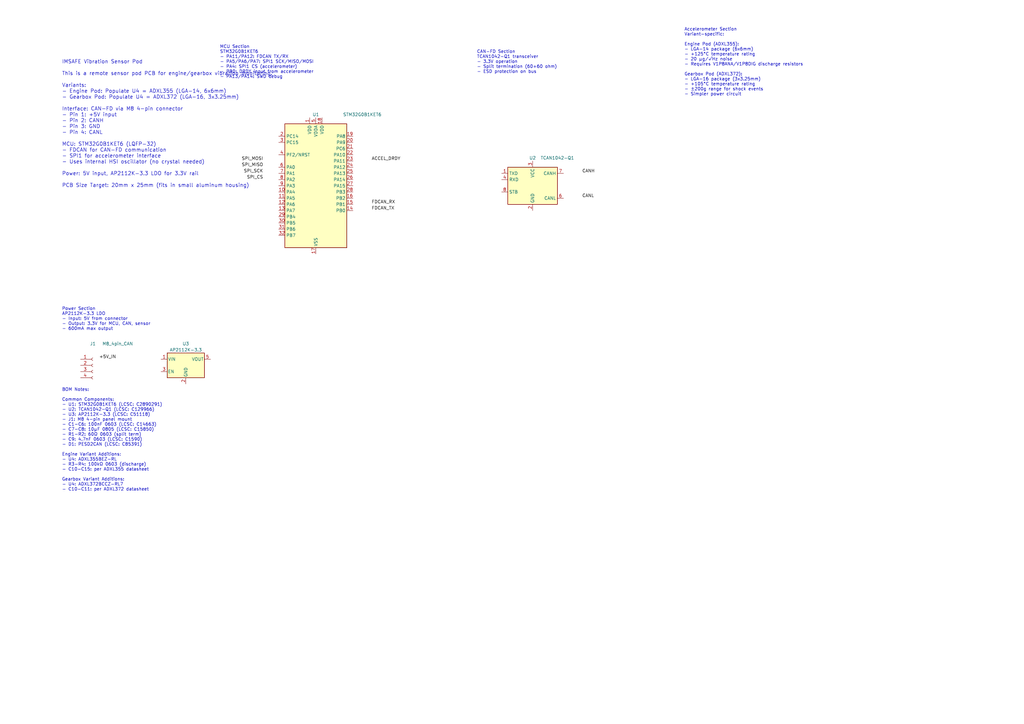
<source format=kicad_sch>
(kicad_sch (version 20250114) (generator "eeschema") (generator_version "9.0")
  (paper "A3")
  (title_block (title "IMSAFE Vibration Sensor Pod") (date "2026-01-30") (rev "0.1") (company "IMSAFE Project") (comment 1 "Remote Vibration Sensor Pod for Engine/Gearbox Monitoring") (comment 2 "Variants: Engine (ADXL355) / Gearbox (ADXL372)"))
  (lib_symbols
    (symbol "MCU_ST_STM32G0:STM32G0B1KET6"
      (property "Reference" "U" (at -12.7 26.67 0))
      (property "Value" "STM32G0B1KET6" (at 7.62 26.67 0))
      (symbol "STM32G0B1KET6_0_1"
        (rectangle (start -12.7 25.4) (end 12.7 -25.4) (stroke (width 0.254)) (fill (type background)))
      )
      (symbol "STM32G0B1KET6_1_1"
        (pin power_in line (at -2.54 27.94 270) (length 2.54) (name "VDD") (number "1"))
        (pin bidirectional line (at -15.24 20.32 0) (length 2.54) (name "PC14") (number "2"))
        (pin bidirectional line (at -15.24 17.78 0) (length 2.54) (name "PC15") (number "3"))
        (pin bidirectional line (at -15.24 12.7 0) (length 2.54) (name "PF2/NRST") (number "4"))
        (pin power_in line (at 0 27.94 270) (length 2.54) (name "VDDA") (number "5"))
        (pin bidirectional line (at -15.24 7.62 0) (length 2.54) (name "PA0") (number "6"))
        (pin bidirectional line (at -15.24 5.08 0) (length 2.54) (name "PA1") (number "7"))
        (pin bidirectional line (at -15.24 2.54 0) (length 2.54) (name "PA2") (number "8"))
        (pin bidirectional line (at -15.24 0 0) (length 2.54) (name "PA3") (number "9"))
        (pin bidirectional line (at -15.24 -2.54 0) (length 2.54) (name "PA4") (number "10"))
        (pin bidirectional line (at -15.24 -5.08 0) (length 2.54) (name "PA5") (number "11"))
        (pin bidirectional line (at -15.24 -7.62 0) (length 2.54) (name "PA6") (number "12"))
        (pin bidirectional line (at -15.24 -10.16 0) (length 2.54) (name "PA7") (number "13"))
        (pin bidirectional line (at 15.24 -10.16 180) (length 2.54) (name "PB0") (number "14"))
        (pin bidirectional line (at 15.24 -7.62 180) (length 2.54) (name "PB1") (number "15"))
        (pin bidirectional line (at 15.24 -5.08 180) (length 2.54) (name "PB2") (number "16"))
        (pin power_in line (at 0 -27.94 90) (length 2.54) (name "VSS") (number "17"))
        (pin power_in line (at 2.54 27.94 270) (length 2.54) (name "VDD") (number "18"))
        (pin bidirectional line (at 15.24 20.32 180) (length 2.54) (name "PA8") (number "19"))
        (pin bidirectional line (at 15.24 17.78 180) (length 2.54) (name "PA9") (number "20"))
        (pin bidirectional line (at 15.24 15.24 180) (length 2.54) (name "PC6") (number "21"))
        (pin bidirectional line (at 15.24 12.7 180) (length 2.54) (name "PA10") (number "22"))
        (pin bidirectional line (at 15.24 10.16 180) (length 2.54) (name "PA11") (number "23"))
        (pin bidirectional line (at 15.24 7.62 180) (length 2.54) (name "PA12") (number "24"))
        (pin bidirectional line (at 15.24 5.08 180) (length 2.54) (name "PA13") (number "25"))
        (pin bidirectional line (at 15.24 2.54 180) (length 2.54) (name "PA14") (number "26"))
        (pin bidirectional line (at 15.24 0 180) (length 2.54) (name "PA15") (number "27"))
        (pin bidirectional line (at 15.24 -2.54 180) (length 2.54) (name "PB3") (number "28"))
        (pin bidirectional line (at -15.24 -12.7 0) (length 2.54) (name "PB4") (number "29"))
        (pin bidirectional line (at -15.24 -15.24 0) (length 2.54) (name "PB5") (number "30"))
        (pin bidirectional line (at -15.24 -17.78 0) (length 2.54) (name "PB6") (number "31"))
        (pin bidirectional line (at -15.24 -20.32 0) (length 2.54) (name "PB7") (number "32"))
      )
    )
    (symbol "Interface_CAN_LIN:TCAN1042"
      (property "Reference" "U" (at -10.16 8.89 0))
      (property "Value" "TCAN1042" (at 2.54 8.89 0))
      (symbol "TCAN1042_0_1"
        (rectangle (start -10.16 7.62) (end 10.16 -7.62) (stroke (width 0.254)) (fill (type background)))
      )
      (symbol "TCAN1042_1_1"
        (pin input line (at -12.7 5.08 0) (length 2.54) (name "TXD") (number "1"))
        (pin power_in line (at 0 -10.16 90) (length 2.54) (name "GND") (number "2"))
        (pin power_in line (at 0 10.16 270) (length 2.54) (name "VCC") (number "3"))
        (pin output line (at -12.7 2.54 0) (length 2.54) (name "RXD") (number "4"))
        (pin no_connect line (at 10.16 -2.54 180) (length 2.54) hide (name "NC") (number "5"))
        (pin bidirectional line (at 12.7 -5.08 180) (length 2.54) (name "CANL") (number "6"))
        (pin bidirectional line (at 12.7 5.08 180) (length 2.54) (name "CANH") (number "7"))
        (pin input line (at -12.7 -2.54 0) (length 2.54) (name "STB") (number "8"))
      )
    )
    (symbol "Regulator_Linear:AP2112K-3.3" (pin_names (offset 0.254))
      (property "Reference" "U" (at -6.35 6.35 0))
      (property "Value" "AP2112K-3.3" (at 1.27 6.35 0))
      (symbol "AP2112K-3.3_0_1"
        (rectangle (start -7.62 5.08) (end 7.62 -5.08) (stroke (width 0.254)) (fill (type background)))
      )
      (symbol "AP2112K-3.3_1_1"
        (pin power_in line (at -10.16 2.54 0) (length 2.54) (name "VIN") (number "1"))
        (pin power_in line (at 0 -7.62 90) (length 2.54) (name "GND") (number "2"))
        (pin input line (at -10.16 -2.54 0) (length 2.54) (name "EN") (number "3"))
        (pin no_connect line (at 7.62 -2.54 180) (length 2.54) hide (name "NC") (number "4"))
        (pin power_out line (at 10.16 2.54 180) (length 2.54) (name "VOUT") (number "5"))
      )
    )
    (symbol "Connector:Conn_01x04_Socket" (pin_names (offset 1.016) hide)
      (property "Reference" "J" (at 0 5.08 0))
      (property "Value" "Conn_01x04_Socket" (at 0 -7.62 0))
      (symbol "Conn_01x04_Socket_1_1"
        (arc (start 0 -4.572) (mid -0.508 -5.08) (end 0 -5.588) (stroke (width 0.1524)))
        (arc (start 0 -2.032) (mid -0.508 -2.54) (end 0 -3.048) (stroke (width 0.1524)))
        (polyline (pts (xy -1.27 -5.08) (xy -0.508 -5.08)) (stroke (width 0.1524)))
        (polyline (pts (xy -1.27 -2.54) (xy -0.508 -2.54)) (stroke (width 0.1524)))
        (polyline (pts (xy -1.27 0) (xy -0.508 0)) (stroke (width 0.1524)))
        (polyline (pts (xy -1.27 2.54) (xy -0.508 2.54)) (stroke (width 0.1524)))
        (arc (start 0 0.508) (mid -0.508 0) (end 0 -0.508) (stroke (width 0.1524)))
        (arc (start 0 3.048) (mid -0.508 2.54) (end 0 2.032) (stroke (width 0.1524)))
        (pin passive line (at -5.08 2.54 0) (length 3.81) (name "Pin_1") (number "1"))
        (pin passive line (at -5.08 0 0) (length 3.81) (name "Pin_2") (number "2"))
        (pin passive line (at -5.08 -2.54 0) (length 3.81) (name "Pin_3") (number "3"))
        (pin passive line (at -5.08 -5.08 0) (length 3.81) (name "Pin_4") (number "4"))
      )
    )
    (symbol "Device:C" (pin_numbers hide) (pin_names (offset 0.254))
      (property "Reference" "C" (at 0.635 2.54 0))
      (property "Value" "C" (at 0.635 -2.54 0))
      (symbol "C_0_1"
        (polyline (pts (xy -2.032 -0.762) (xy 2.032 -0.762)) (stroke (width 0.508)))
        (polyline (pts (xy -2.032 0.762) (xy 2.032 0.762)) (stroke (width 0.508)))
      )
      (symbol "C_1_1"
        (pin passive line (at 0 3.81 270) (length 2.794) (name "~") (number "1"))
        (pin passive line (at 0 -3.81 90) (length 2.794) (name "~") (number "2"))
      )
    )
    (symbol "Device:R" (pin_numbers hide) (pin_names (offset 0))
      (property "Reference" "R" (at 2.032 0 90))
      (property "Value" "R" (at 0 0 90))
      (symbol "R_0_1"
        (rectangle (start -1.016 -2.54) (end 1.016 2.54) (stroke (width 0.254)))
      )
      (symbol "R_1_1"
        (pin passive line (at 0 3.81 270) (length 1.27) (name "~") (number "1"))
        (pin passive line (at 0 -3.81 90) (length 1.27) (name "~") (number "2"))
      )
    )
    (symbol "power:+3V3" (power) (pin_numbers hide) (pin_names (offset 0) hide)
      (property "Value" "+3V3" (at 0 3.556 0))
      (symbol "+3V3_0_1"
        (polyline (pts (xy -0.762 1.27) (xy 0 2.54)))
        (polyline (pts (xy 0 0) (xy 0 2.54)))
        (polyline (pts (xy 0 2.54) (xy 0.762 1.27)))
      )
      (symbol "+3V3_1_1"
        (pin power_in line (at 0 0 90) (length 0) (name "~") (number "1"))
      )
    )
    (symbol "power:GND" (power) (pin_numbers hide) (pin_names (offset 0) hide)
      (property "Value" "GND" (at 0 -3.81 0))
      (symbol "GND_0_1"
        (polyline (pts (xy 0 0) (xy 0 -1.27) (xy 1.27 -1.27) (xy 0 -2.54) (xy -1.27 -1.27) (xy 0 -1.27)))
      )
      (symbol "GND_1_1"
        (pin power_in line (at 0 0 270) (length 0) (name "~") (number "1"))
      )
    )
  )
  (text "IMSAFE Vibration Sensor Pod\n\nThis is a remote sensor pod PCB for engine/gearbox vibration monitoring.\n\nVariants:\n- Engine Pod: Populate U4 = ADXL355 (LGA-14, 6x6mm)\n- Gearbox Pod: Populate U4 = ADXL372 (LGA-16, 3x3.25mm)\n\nInterface: CAN-FD via M8 4-pin connector\n- Pin 1: +5V input\n- Pin 2: CANH\n- Pin 3: GND\n- Pin 4: CANL\n\nMCU: STM32G0B1KET6 (LQFP-32)\n- FDCAN for CAN-FD communication\n- SPI1 for accelerometer interface\n- Uses internal HSI oscillator (no crystal needed)\n\nPower: 5V input, AP2112K-3.3 LDO for 3.3V rail\n\nPCB Size Target: 20mm x 25mm (fits in small aluminum housing)" (at 25.4 50.8 0) (effects (font (size 1.5 1.5)) (justify left)))
  (text "MCU Section\nSTM32G0B1KET6\n- PA11/PA12: FDCAN TX/RX\n- PA5/PA6/PA7: SPI1 SCK/MISO/MOSI\n- PA4: SPI1 CS (accelerometer)\n- PB0: DRDY input from accelerometer\n- PA13/PA14: SWD debug" (at 90.17 25.4 0) (effects (font (size 1.27 1.27)) (justify left)))
  (text "Power Section\nAP2112K-3.3 LDO\n- Input: 5V from connector\n- Output: 3.3V for MCU, CAN, sensor\n- 600mA max output" (at 25.4 130.81 0) (effects (font (size 1.27 1.27)) (justify left)))
  (text "CAN-FD Section\nTCAN1042-Q1 transceiver\n- 3.3V operation\n- Split termination (60+60 ohm)\n- ESD protection on bus" (at 195.58 25.4 0) (effects (font (size 1.27 1.27)) (justify left)))
  (text "Accelerometer Section\nVariant-specific:\n\nEngine Pod (ADXL355):\n- LGA-14 package (6x6mm)\n- +125°C temperature rating\n- 20 µg/√Hz noise\n- Requires V1P8ANA/V1P8DIG discharge resistors\n\nGearbox Pod (ADXL372):\n- LGA-16 package (3x3.25mm)\n- +105°C temperature rating\n- ±200g range for shock events\n- Simpler power circuit" (at 280.67 25.4 0) (effects (font (size 1.27 1.27)) (justify left)))
  (text "BOM Notes:\n\nCommon Components:\n- U1: STM32G0B1KET6 (LCSC: C2890291)\n- U2: TCAN1042-Q1 (LCSC: C129966)\n- U3: AP2112K-3.3 (LCSC: C51118)\n- J1: M8 4-pin panel mount\n- C1-C6: 100nF 0603 (LCSC: C14663)\n- C7-C8: 10µF 0805 (LCSC: C15850)\n- R1-R2: 60Ω 0603 (split term)\n- C9: 4.7nF 0603 (LCSC: C1590)\n- D1: PESD2CAN (LCSC: C85391)\n\nEngine Variant Additions:\n- U4: ADXL355BEZ-RL\n- R3-R4: 100kΩ 0603 (discharge)\n- C10-C15: per ADXL355 datasheet\n\nGearbox Variant Additions:\n- U4: ADXL372BCCZ-RL7\n- C10-C11: per ADXL372 datasheet" (at 25.4 180.34 0) (effects (font (size 1.27 1.27)) (justify left)))
  (symbol (lib_id "Connector:Conn_01x04_Socket") (at 38.1 149.86 0) (unit 1)
    (property "Reference" "J1" (at 38.1 140.97 0))
    (property "Value" "M8_4pin_CAN" (at 48.26 140.97 0))
    (property "Description" "M8 4-pin A-coded connector for CAN bus" (effects (hide yes)))
  )
  (symbol (lib_id "Regulator_Linear:AP2112K-3.3") (at 76.2 149.86 0) (unit 1)
    (property "Reference" "U3" (at 76.2 140.97 0))
    (property "Value" "AP2112K-3.3" (at 76.2 143.51 0))
    (property "Footprint" "Package_TO_SOT_SMD:SOT-23-5" (effects (hide yes)))
    (property "Datasheet" "https://www.diodes.com/assets/Datasheets/AP2112.pdf" (effects (hide yes)))
    (property "Description" "600mA LDO, 3.3V output" (effects (hide yes)))
    (property "LCSC" "C51118" (effects (hide yes)))
  )
  (symbol (lib_id "MCU_ST_STM32G0:STM32G0B1KET6") (at 129.54 76.2 0) (unit 1)
    (property "Reference" "U1" (at 129.54 46.99 0))
    (property "Value" "STM32G0B1KET6" (at 148.59 46.99 0))
    (property "Footprint" "Package_QFP:LQFP-32_7x7mm_P0.8mm" (effects (hide yes)))
    (property "Datasheet" "https://www.st.com/resource/en/datasheet/stm32g0b1ke.pdf" (effects (hide yes)))
    (property "Description" "ARM Cortex-M0+ MCU, 512KB flash, 144KB RAM, 64MHz, FDCAN" (effects (hide yes)))
    (property "LCSC" "C2890291" (effects (hide yes)))
  )
  (symbol (lib_id "Interface_CAN_LIN:TCAN1042") (at 218.44 76.2 0) (unit 1)
    (property "Reference" "U2" (at 218.44 64.77 0))
    (property "Value" "TCAN1042-Q1" (at 228.6 64.77 0))
    (property "Footprint" "Package_SO:SOIC-8_3.9x4.9mm_P1.27mm" (effects (hide yes)))
    (property "Datasheet" "http://www.ti.com/lit/ds/symlink/tcan1042.pdf" (effects (hide yes)))
    (property "Description" "CAN-FD transceiver, AEC-Q100" (effects (hide yes)))
    (property "LCSC" "C129966" (effects (hide yes)))
  )
  (label "FDCAN_TX" (at 152.4 86.36 0))
  (label "FDCAN_RX" (at 152.4 83.82 0))
  (label "SPI_SCK" (at 107.95 71.12 180))
  (label "SPI_MISO" (at 107.95 68.58 180))
  (label "SPI_MOSI" (at 107.95 66.04 180))
  (label "SPI_CS" (at 107.95 73.66 180))
  (label "ACCEL_DRDY" (at 152.4 66.04 0))
  (label "CANH" (at 238.76 71.12 0))
  (label "CANL" (at 238.76 81.28 0))
  (label "+5V_IN" (at 40.64 147.32 0))
)
</source>
